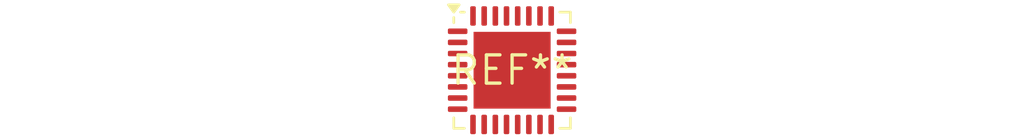
<source format=kicad_pcb>
(kicad_pcb (version 20240108) (generator pcbnew)
  (layers (0 "F.Cu" signal) (31 "B.Cu" signal) (34 "B.Paste" user) (35 "F.Paste" user) (36 "B.SilkS" user "B.Silkscreen") (37 "F.SilkS" user "F.Silkscreen") (38 "B.Mask" user) (39 "F.Mask" user) (44 "Edge.Cuts" user))
  (net 0 "")
  (footprint "QFN-32-1EP_5x5mm_P0.5mm_EP3.45x3.45mm" (layer "F.Cu") (at 0 0)
    (property "Reference" "REF**")
    (property "Value" "QFN-32-1EP_5x5mm_P0.5mm_EP3.45x3.45mm")
    (fp_line (start -2.61 -2.135) (end -2.61 -2.37) (layer "F.SilkS") (stroke (width 0.12)))
    (fp_line (start -2.61 2.61) (end -2.61 2.135) (layer "F.SilkS") (stroke (width 0.12)))
    (fp_line (start -2.135 -2.61) (end -2.31 -2.61) (layer "F.SilkS") (stroke (width 0.12)))
    (fp_line (start -2.135 2.61) (end -2.61 2.61) (layer "F.SilkS") (stroke (width 0.12)))
    (fp_line (start 2.135 -2.61) (end 2.61 -2.61) (layer "F.SilkS") (stroke (width 0.12)))
    (fp_line (start 2.135 2.61) (end 2.61 2.61) (layer "F.SilkS") (stroke (width 0.12)))
    (fp_line (start 2.61 -2.61) (end 2.61 -2.135) (layer "F.SilkS") (stroke (width 0.12)))
    (fp_line (start 2.61 2.61) (end 2.61 2.135) (layer "F.SilkS") (stroke (width 0.12)))
    (fp_poly (pts (xy -2.61 -2.61) (xy -2.85 -2.94) (xy -2.37 -2.94) (xy -2.61 -2.61)) (layer "F.SilkS") (stroke (width 0.12)) (fill solid))
    (pad "1" smd roundrect (at -2.4375 -1.75) (size 0.875 0.25) (layers "F.Cu" "F.Paste" "F.Mask"))
    (pad "2" smd roundrect (at -2.4375 -1.25) (size 0.875 0.25) (layers "F.Cu" "F.Paste" "F.Mask"))
    (pad "3" smd roundrect (at -2.4375 -0.75) (size 0.875 0.25) (layers "F.Cu" "F.Paste" "F.Mask"))
    (pad "4" smd roundrect (at -2.4375 -0.25) (size 0.875 0.25) (layers "F.Cu" "F.Paste" "F.Mask"))
    (pad "5" smd roundrect (at -2.4375 0.25) (size 0.875 0.25) (layers "F.Cu" "F.Paste" "F.Mask"))
    (pad "6" smd roundrect (at -2.4375 0.75) (size 0.875 0.25) (layers "F.Cu" "F.Paste" "F.Mask"))
    (pad "7" smd roundrect (at -2.4375 1.25) (size 0.875 0.25) (layers "F.Cu" "F.Paste" "F.Mask"))
    (pad "8" smd roundrect (at -2.4375 1.75) (size 0.875 0.25) (layers "F.Cu" "F.Paste" "F.Mask"))
    (pad "9" smd roundrect (at -1.75 2.4375) (size 0.25 0.875) (layers "F.Cu" "F.Paste" "F.Mask"))
    (pad "10" smd roundrect (at -1.25 2.4375) (size 0.25 0.875) (layers "F.Cu" "F.Paste" "F.Mask"))
    (pad "11" smd roundrect (at -0.75 2.4375) (size 0.25 0.875) (layers "F.Cu" "F.Paste" "F.Mask"))
    (pad "12" smd roundrect (at -0.25 2.4375) (size 0.25 0.875) (layers "F.Cu" "F.Paste" "F.Mask"))
    (pad "13" smd roundrect (at 0.25 2.4375) (size 0.25 0.875) (layers "F.Cu" "F.Paste" "F.Mask"))
    (pad "14" smd roundrect (at 0.75 2.4375) (size 0.25 0.875) (layers "F.Cu" "F.Paste" "F.Mask"))
    (pad "15" smd roundrect (at 1.25 2.4375) (size 0.25 0.875) (layers "F.Cu" "F.Paste" "F.Mask"))
    (pad "16" smd roundrect (at 1.75 2.4375) (size 0.25 0.875) (layers "F.Cu" "F.Paste" "F.Mask"))
    (pad "17" smd roundrect (at 2.4375 1.75) (size 0.875 0.25) (layers "F.Cu" "F.Paste" "F.Mask"))
    (pad "18" smd roundrect (at 2.4375 1.25) (size 0.875 0.25) (layers "F.Cu" "F.Paste" "F.Mask"))
    (pad "19" smd roundrect (at 2.4375 0.75) (size 0.875 0.25) (layers "F.Cu" "F.Paste" "F.Mask"))
    (pad "20" smd roundrect (at 2.4375 0.25) (size 0.875 0.25) (layers "F.Cu" "F.Paste" "F.Mask"))
    (pad "21" smd roundrect (at 2.4375 -0.25) (size 0.875 0.25) (layers "F.Cu" "F.Paste" "F.Mask"))
    (pad "22" smd roundrect (at 2.4375 -0.75) (size 0.875 0.25) (layers "F.Cu" "F.Paste" "F.Mask"))
    (pad "23" smd roundrect (at 2.4375 -1.25) (size 0.875 0.25) (layers "F.Cu" "F.Paste" "F.Mask"))
    (pad "24" smd roundrect (at 2.4375 -1.75) (size 0.875 0.25) (layers "F.Cu" "F.Paste" "F.Mask"))
    (pad "25" smd roundrect (at 1.75 -2.4375) (size 0.25 0.875) (layers "F.Cu" "F.Paste" "F.Mask"))
    (pad "26" smd roundrect (at 1.25 -2.4375) (size 0.25 0.875) (layers "F.Cu" "F.Paste" "F.Mask"))
    (pad "27" smd roundrect (at 0.75 -2.4375) (size 0.25 0.875) (layers "F.Cu" "F.Paste" "F.Mask"))
    (pad "28" smd roundrect (at 0.25 -2.4375) (size 0.25 0.875) (layers "F.Cu" "F.Paste" "F.Mask"))
    (pad "29" smd roundrect (at -0.25 -2.4375) (size 0.25 0.875) (layers "F.Cu" "F.Paste" "F.Mask"))
    (pad "30" smd roundrect (at -0.75 -2.4375) (size 0.25 0.875) (layers "F.Cu" "F.Paste" "F.Mask"))
    (pad "31" smd roundrect (at -1.25 -2.4375) (size 0.25 0.875) (layers "F.Cu" "F.Paste" "F.Mask"))
    (pad "32" smd roundrect (at -1.75 -2.4375) (size 0.25 0.875) (layers "F.Cu" "F.Paste" "F.Mask"))
    (pad "33" smd rect (at 0 0) (size 3.45 3.45) (property pad_prop_heatsink) (layers "F.Cu" "F.Mask"))
  )
)
</source>
